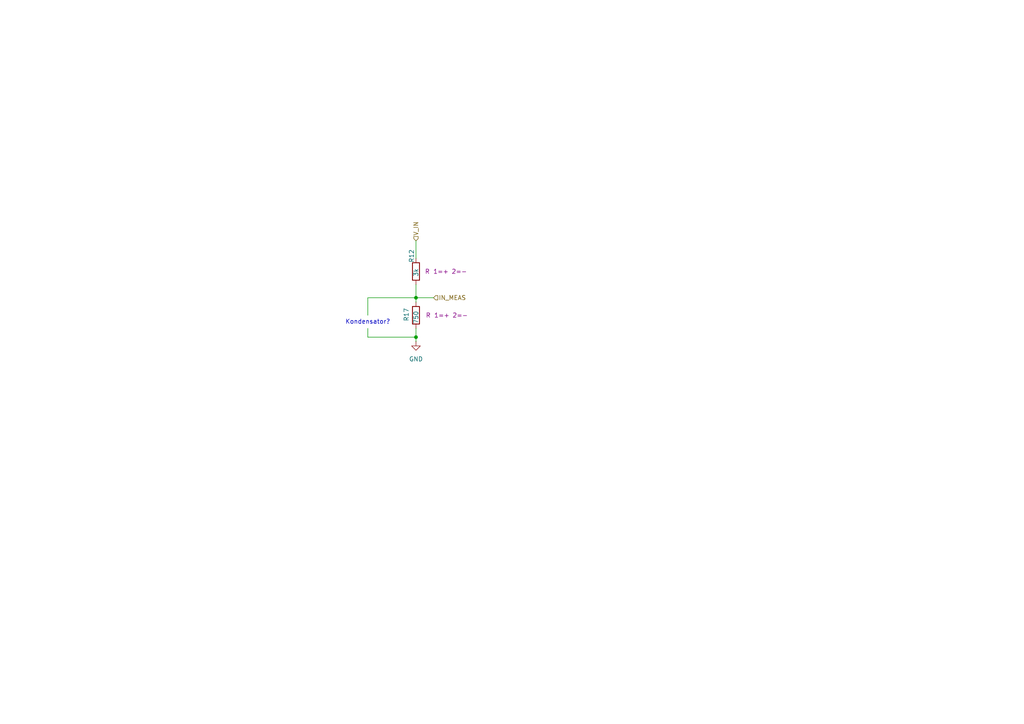
<source format=kicad_sch>
(kicad_sch (version 20250114) (generator "eeschema") (generator_version "9.0")
  (paper "A4")
  (lib_symbols
    (symbol "Device:R" (pin_numbers (hide yes)) (pin_names (offset 0))
      (property "Reference" "R" (at 2.032 0 90))
      (property "Value" "R" (at 0 0 90))
      (symbol "R_0_1"
        (rectangle (start -1.016 -2.54) (end 1.016 2.54) (stroke (width 0.254)))
      )
      (symbol "R_1_1"
        (pin passive line (at 0 3.81 270) (length 1.27) (name "~") (number "1"))
        (pin passive line (at 0 -3.81 90) (length 1.27) (name "~") (number "2"))
      )
    )
    (symbol "power:GND" (power) (pin_numbers (hide yes)) (pin_names (offset 0) (hide yes))
      (property "Value" "GND" (at 0 -3.81 0))
      (symbol "GND_0_1"
        (polyline (pts (xy 0 0) (xy 0 -1.27) (xy 1.27 -1.27) (xy 0 -2.54) (xy -1.27 -1.27) (xy 0 -1.27)))
      )
      (symbol "GND_1_1"
        (pin power_in line (at 0 0 270) (length 0) (name "~") (number "1"))
      )
    )
  )
  (text "Kondensator?" (at 106.68 93.472 0) (effects (font (size 1.27 1.27))))
  (junction (at 120.65 97.79))
  (junction (at 120.65 86.36))
  (wire (pts (xy 120.65 74.93) (xy 120.65 69.85)))
  (wire (pts (xy 120.65 99.06) (xy 120.65 97.79)))
  (wire (pts (xy 120.65 82.55) (xy 120.65 86.36)))
  (wire (pts (xy 106.68 86.36) (xy 106.68 91.44)))
  (wire (pts (xy 106.68 97.79) (xy 120.65 97.79)))
  (wire (pts (xy 120.65 86.36) (xy 120.65 87.63)))
  (wire (pts (xy 120.65 86.36) (xy 125.73 86.36)))
  (wire (pts (xy 120.65 86.36) (xy 106.68 86.36)))
  (wire (pts (xy 120.65 97.79) (xy 120.65 95.25)))
  (wire (pts (xy 106.68 95.25) (xy 106.68 97.79)))
  (hierarchical_label "IN_MEAS" (shape input) (at 125.73 86.36 0))
  (hierarchical_label "V_IN" (shape input) (at 120.65 69.85 90))
  (symbol (lib_id "Device:R") (at 120.65 78.74 0) (unit 1)
    (property "Reference" "R14" (at 119.38 76.2 90) (effects (justify left)))
    (property "Value" "3k" (at 120.65 80.264 90) (effects (justify left)))
    (property "Footprint" "Resistor_SMD:R_0603_1608Metric" (effects (hide yes)))
    (property "Sim.Device" "R" (at 123.952 78.74 0))
    (property "Sim.Pins" "1=+ 2=-" (at 130.556 78.74 0))
    (instances (project "espio" (path "" (reference "R12") (unit 1)) (path "" (reference "R35") (unit 1)) (path "" (reference "R23") (unit 1)) (path "" (reference "R27") (unit 1)) (path "" (reference "R25") (unit 1)) (path "" (reference "R33") (unit 1)) (path "" (reference "R21") (unit 1)) (path "" (reference "R14") (unit 1))))
  )
  (symbol (lib_id "power:GND") (at 120.65 99.06 0) (unit 1)
    (property "Reference" "#PWR038" (effects (hide yes)))
    (property "Value" "GND" (at 120.65 104.14 0))
    (property "Description" "Power symbol creates a global label with name \"GND\" , ground" (effects (hide yes)))
    (instances (project "espio" (path "" (reference "#PWR024") (unit 1)) (path "" (reference "#PWR037") (unit 1)) (path "" (reference "#PWR026") (unit 1)) (path "" (reference "#PWR034") (unit 1)) (path "" (reference "#PWR027") (unit 1)) (path "" (reference "#PWR036") (unit 1)) (path "" (reference "#PWR025") (unit 1)) (path "" (reference "#PWR038") (unit 1))))
  )
  (symbol (lib_id "Device:R") (at 120.65 91.44 0) (unit 1)
    (property "Reference" "R15" (at 117.856 93.218 90) (effects (justify left)))
    (property "Value" "750" (at 120.65 93.98 90) (effects (justify left)))
    (property "Footprint" "Resistor_SMD:R_0603_1608Metric" (effects (hide yes)))
    (property "Sim.Device" "R" (at 124.206 91.44 0))
    (property "Sim.Pins" "1=+ 2=-" (at 130.81 91.44 0))
    (instances (project "espio" (path "" (reference "R17") (unit 1)) (path "" (reference "R36") (unit 1)) (path "" (reference "R24") (unit 1)) (path "" (reference "R28") (unit 1)) (path "" (reference "R26") (unit 1)) (path "" (reference "R34") (unit 1)) (path "" (reference "R22") (unit 1)) (path "" (reference "R15") (unit 1))))
  )
)
</source>
